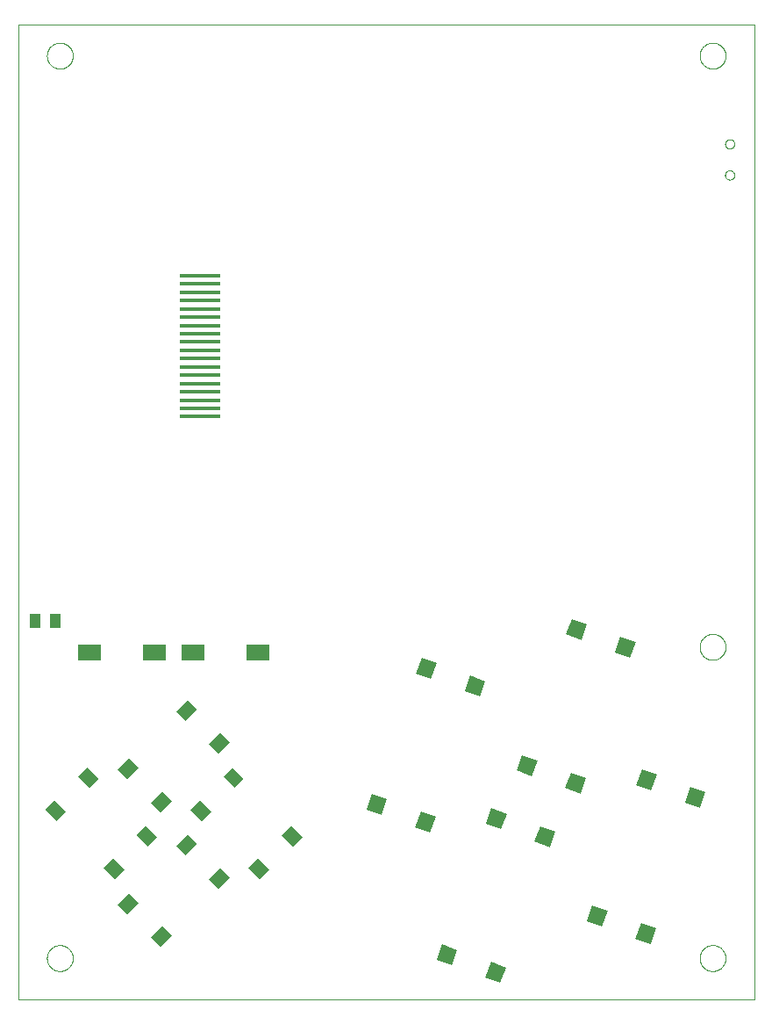
<source format=gtp>
G75*
%MOIN*%
%OFA0B0*%
%FSLAX25Y25*%
%IPPOS*%
%LPD*%
%AMOC8*
5,1,8,0,0,1.08239X$1,22.5*
%
%ADD10C,0.00000*%
%ADD11C,0.00039*%
%ADD12R,0.04331X0.05512*%
%ADD13R,0.15748X0.01575*%
%ADD14R,0.06299X0.06102*%
%ADD15R,0.09055X0.06299*%
%ADD16R,0.05118X0.06102*%
D10*
X0003248Y0001500D02*
X0282776Y0001500D01*
X0282776Y0371579D01*
X0003248Y0371579D01*
X0003248Y0001500D01*
X0271752Y0314492D02*
X0271754Y0314576D01*
X0271760Y0314659D01*
X0271770Y0314742D01*
X0271784Y0314825D01*
X0271801Y0314907D01*
X0271823Y0314988D01*
X0271848Y0315067D01*
X0271877Y0315146D01*
X0271910Y0315223D01*
X0271946Y0315298D01*
X0271986Y0315372D01*
X0272029Y0315444D01*
X0272076Y0315513D01*
X0272126Y0315580D01*
X0272179Y0315645D01*
X0272235Y0315707D01*
X0272293Y0315767D01*
X0272355Y0315824D01*
X0272419Y0315877D01*
X0272486Y0315928D01*
X0272555Y0315975D01*
X0272626Y0316020D01*
X0272699Y0316060D01*
X0272774Y0316097D01*
X0272851Y0316131D01*
X0272929Y0316161D01*
X0273008Y0316187D01*
X0273089Y0316210D01*
X0273171Y0316228D01*
X0273253Y0316243D01*
X0273336Y0316254D01*
X0273419Y0316261D01*
X0273503Y0316264D01*
X0273587Y0316263D01*
X0273670Y0316258D01*
X0273754Y0316249D01*
X0273836Y0316236D01*
X0273918Y0316220D01*
X0273999Y0316199D01*
X0274080Y0316175D01*
X0274158Y0316147D01*
X0274236Y0316115D01*
X0274312Y0316079D01*
X0274386Y0316040D01*
X0274458Y0315998D01*
X0274528Y0315952D01*
X0274596Y0315903D01*
X0274661Y0315851D01*
X0274724Y0315796D01*
X0274784Y0315738D01*
X0274842Y0315677D01*
X0274896Y0315613D01*
X0274948Y0315547D01*
X0274996Y0315479D01*
X0275041Y0315408D01*
X0275082Y0315335D01*
X0275121Y0315261D01*
X0275155Y0315185D01*
X0275186Y0315107D01*
X0275213Y0315028D01*
X0275237Y0314947D01*
X0275256Y0314866D01*
X0275272Y0314784D01*
X0275284Y0314701D01*
X0275292Y0314617D01*
X0275296Y0314534D01*
X0275296Y0314450D01*
X0275292Y0314367D01*
X0275284Y0314283D01*
X0275272Y0314200D01*
X0275256Y0314118D01*
X0275237Y0314037D01*
X0275213Y0313956D01*
X0275186Y0313877D01*
X0275155Y0313799D01*
X0275121Y0313723D01*
X0275082Y0313649D01*
X0275041Y0313576D01*
X0274996Y0313505D01*
X0274948Y0313437D01*
X0274896Y0313371D01*
X0274842Y0313307D01*
X0274784Y0313246D01*
X0274724Y0313188D01*
X0274661Y0313133D01*
X0274596Y0313081D01*
X0274528Y0313032D01*
X0274458Y0312986D01*
X0274386Y0312944D01*
X0274312Y0312905D01*
X0274236Y0312869D01*
X0274158Y0312837D01*
X0274080Y0312809D01*
X0273999Y0312785D01*
X0273918Y0312764D01*
X0273836Y0312748D01*
X0273754Y0312735D01*
X0273670Y0312726D01*
X0273587Y0312721D01*
X0273503Y0312720D01*
X0273419Y0312723D01*
X0273336Y0312730D01*
X0273253Y0312741D01*
X0273171Y0312756D01*
X0273089Y0312774D01*
X0273008Y0312797D01*
X0272929Y0312823D01*
X0272851Y0312853D01*
X0272774Y0312887D01*
X0272699Y0312924D01*
X0272626Y0312964D01*
X0272555Y0313009D01*
X0272486Y0313056D01*
X0272419Y0313107D01*
X0272355Y0313160D01*
X0272293Y0313217D01*
X0272235Y0313277D01*
X0272179Y0313339D01*
X0272126Y0313404D01*
X0272076Y0313471D01*
X0272029Y0313540D01*
X0271986Y0313612D01*
X0271946Y0313686D01*
X0271910Y0313761D01*
X0271877Y0313838D01*
X0271848Y0313917D01*
X0271823Y0313996D01*
X0271801Y0314077D01*
X0271784Y0314159D01*
X0271770Y0314242D01*
X0271760Y0314325D01*
X0271754Y0314408D01*
X0271752Y0314492D01*
X0271752Y0326303D02*
X0271754Y0326387D01*
X0271760Y0326470D01*
X0271770Y0326553D01*
X0271784Y0326636D01*
X0271801Y0326718D01*
X0271823Y0326799D01*
X0271848Y0326878D01*
X0271877Y0326957D01*
X0271910Y0327034D01*
X0271946Y0327109D01*
X0271986Y0327183D01*
X0272029Y0327255D01*
X0272076Y0327324D01*
X0272126Y0327391D01*
X0272179Y0327456D01*
X0272235Y0327518D01*
X0272293Y0327578D01*
X0272355Y0327635D01*
X0272419Y0327688D01*
X0272486Y0327739D01*
X0272555Y0327786D01*
X0272626Y0327831D01*
X0272699Y0327871D01*
X0272774Y0327908D01*
X0272851Y0327942D01*
X0272929Y0327972D01*
X0273008Y0327998D01*
X0273089Y0328021D01*
X0273171Y0328039D01*
X0273253Y0328054D01*
X0273336Y0328065D01*
X0273419Y0328072D01*
X0273503Y0328075D01*
X0273587Y0328074D01*
X0273670Y0328069D01*
X0273754Y0328060D01*
X0273836Y0328047D01*
X0273918Y0328031D01*
X0273999Y0328010D01*
X0274080Y0327986D01*
X0274158Y0327958D01*
X0274236Y0327926D01*
X0274312Y0327890D01*
X0274386Y0327851D01*
X0274458Y0327809D01*
X0274528Y0327763D01*
X0274596Y0327714D01*
X0274661Y0327662D01*
X0274724Y0327607D01*
X0274784Y0327549D01*
X0274842Y0327488D01*
X0274896Y0327424D01*
X0274948Y0327358D01*
X0274996Y0327290D01*
X0275041Y0327219D01*
X0275082Y0327146D01*
X0275121Y0327072D01*
X0275155Y0326996D01*
X0275186Y0326918D01*
X0275213Y0326839D01*
X0275237Y0326758D01*
X0275256Y0326677D01*
X0275272Y0326595D01*
X0275284Y0326512D01*
X0275292Y0326428D01*
X0275296Y0326345D01*
X0275296Y0326261D01*
X0275292Y0326178D01*
X0275284Y0326094D01*
X0275272Y0326011D01*
X0275256Y0325929D01*
X0275237Y0325848D01*
X0275213Y0325767D01*
X0275186Y0325688D01*
X0275155Y0325610D01*
X0275121Y0325534D01*
X0275082Y0325460D01*
X0275041Y0325387D01*
X0274996Y0325316D01*
X0274948Y0325248D01*
X0274896Y0325182D01*
X0274842Y0325118D01*
X0274784Y0325057D01*
X0274724Y0324999D01*
X0274661Y0324944D01*
X0274596Y0324892D01*
X0274528Y0324843D01*
X0274458Y0324797D01*
X0274386Y0324755D01*
X0274312Y0324716D01*
X0274236Y0324680D01*
X0274158Y0324648D01*
X0274080Y0324620D01*
X0273999Y0324596D01*
X0273918Y0324575D01*
X0273836Y0324559D01*
X0273754Y0324546D01*
X0273670Y0324537D01*
X0273587Y0324532D01*
X0273503Y0324531D01*
X0273419Y0324534D01*
X0273336Y0324541D01*
X0273253Y0324552D01*
X0273171Y0324567D01*
X0273089Y0324585D01*
X0273008Y0324608D01*
X0272929Y0324634D01*
X0272851Y0324664D01*
X0272774Y0324698D01*
X0272699Y0324735D01*
X0272626Y0324775D01*
X0272555Y0324820D01*
X0272486Y0324867D01*
X0272419Y0324918D01*
X0272355Y0324971D01*
X0272293Y0325028D01*
X0272235Y0325088D01*
X0272179Y0325150D01*
X0272126Y0325215D01*
X0272076Y0325282D01*
X0272029Y0325351D01*
X0271986Y0325423D01*
X0271946Y0325497D01*
X0271910Y0325572D01*
X0271877Y0325649D01*
X0271848Y0325728D01*
X0271823Y0325807D01*
X0271801Y0325888D01*
X0271784Y0325970D01*
X0271770Y0326053D01*
X0271760Y0326136D01*
X0271754Y0326219D01*
X0271752Y0326303D01*
D11*
X0262107Y0359768D02*
X0262109Y0359908D01*
X0262115Y0360048D01*
X0262125Y0360187D01*
X0262139Y0360326D01*
X0262157Y0360465D01*
X0262178Y0360603D01*
X0262204Y0360741D01*
X0262234Y0360878D01*
X0262267Y0361013D01*
X0262305Y0361148D01*
X0262346Y0361282D01*
X0262391Y0361415D01*
X0262439Y0361546D01*
X0262492Y0361675D01*
X0262548Y0361804D01*
X0262607Y0361930D01*
X0262671Y0362055D01*
X0262737Y0362178D01*
X0262808Y0362299D01*
X0262881Y0362418D01*
X0262958Y0362535D01*
X0263039Y0362649D01*
X0263122Y0362761D01*
X0263209Y0362871D01*
X0263299Y0362979D01*
X0263391Y0363083D01*
X0263487Y0363185D01*
X0263586Y0363285D01*
X0263687Y0363381D01*
X0263791Y0363475D01*
X0263898Y0363565D01*
X0264007Y0363652D01*
X0264119Y0363737D01*
X0264233Y0363818D01*
X0264349Y0363896D01*
X0264467Y0363970D01*
X0264588Y0364041D01*
X0264710Y0364109D01*
X0264835Y0364173D01*
X0264961Y0364234D01*
X0265088Y0364291D01*
X0265218Y0364344D01*
X0265349Y0364394D01*
X0265481Y0364439D01*
X0265614Y0364482D01*
X0265749Y0364520D01*
X0265884Y0364554D01*
X0266021Y0364585D01*
X0266158Y0364612D01*
X0266296Y0364634D01*
X0266435Y0364653D01*
X0266574Y0364668D01*
X0266713Y0364679D01*
X0266853Y0364686D01*
X0266993Y0364689D01*
X0267133Y0364688D01*
X0267273Y0364683D01*
X0267412Y0364674D01*
X0267552Y0364661D01*
X0267691Y0364644D01*
X0267829Y0364623D01*
X0267967Y0364599D01*
X0268104Y0364570D01*
X0268240Y0364538D01*
X0268375Y0364501D01*
X0268509Y0364461D01*
X0268642Y0364417D01*
X0268773Y0364369D01*
X0268903Y0364318D01*
X0269032Y0364263D01*
X0269159Y0364204D01*
X0269284Y0364141D01*
X0269407Y0364076D01*
X0269529Y0364006D01*
X0269648Y0363933D01*
X0269766Y0363857D01*
X0269881Y0363778D01*
X0269994Y0363695D01*
X0270104Y0363609D01*
X0270212Y0363520D01*
X0270317Y0363428D01*
X0270420Y0363333D01*
X0270520Y0363235D01*
X0270617Y0363135D01*
X0270711Y0363031D01*
X0270803Y0362925D01*
X0270891Y0362817D01*
X0270976Y0362706D01*
X0271058Y0362592D01*
X0271137Y0362476D01*
X0271212Y0362359D01*
X0271284Y0362239D01*
X0271352Y0362117D01*
X0271417Y0361993D01*
X0271479Y0361867D01*
X0271537Y0361740D01*
X0271591Y0361611D01*
X0271642Y0361480D01*
X0271688Y0361348D01*
X0271731Y0361215D01*
X0271771Y0361081D01*
X0271806Y0360946D01*
X0271838Y0360809D01*
X0271865Y0360672D01*
X0271889Y0360534D01*
X0271909Y0360396D01*
X0271925Y0360257D01*
X0271937Y0360117D01*
X0271945Y0359978D01*
X0271949Y0359838D01*
X0271949Y0359698D01*
X0271945Y0359558D01*
X0271937Y0359419D01*
X0271925Y0359279D01*
X0271909Y0359140D01*
X0271889Y0359002D01*
X0271865Y0358864D01*
X0271838Y0358727D01*
X0271806Y0358590D01*
X0271771Y0358455D01*
X0271731Y0358321D01*
X0271688Y0358188D01*
X0271642Y0358056D01*
X0271591Y0357925D01*
X0271537Y0357796D01*
X0271479Y0357669D01*
X0271417Y0357543D01*
X0271352Y0357419D01*
X0271284Y0357297D01*
X0271212Y0357177D01*
X0271137Y0357060D01*
X0271058Y0356944D01*
X0270976Y0356830D01*
X0270891Y0356719D01*
X0270803Y0356611D01*
X0270711Y0356505D01*
X0270617Y0356401D01*
X0270520Y0356301D01*
X0270420Y0356203D01*
X0270317Y0356108D01*
X0270212Y0356016D01*
X0270104Y0355927D01*
X0269994Y0355841D01*
X0269881Y0355758D01*
X0269766Y0355679D01*
X0269648Y0355603D01*
X0269529Y0355530D01*
X0269407Y0355460D01*
X0269284Y0355395D01*
X0269159Y0355332D01*
X0269032Y0355273D01*
X0268903Y0355218D01*
X0268773Y0355167D01*
X0268642Y0355119D01*
X0268509Y0355075D01*
X0268375Y0355035D01*
X0268240Y0354998D01*
X0268104Y0354966D01*
X0267967Y0354937D01*
X0267829Y0354913D01*
X0267691Y0354892D01*
X0267552Y0354875D01*
X0267412Y0354862D01*
X0267273Y0354853D01*
X0267133Y0354848D01*
X0266993Y0354847D01*
X0266853Y0354850D01*
X0266713Y0354857D01*
X0266574Y0354868D01*
X0266435Y0354883D01*
X0266296Y0354902D01*
X0266158Y0354924D01*
X0266021Y0354951D01*
X0265884Y0354982D01*
X0265749Y0355016D01*
X0265614Y0355054D01*
X0265481Y0355097D01*
X0265349Y0355142D01*
X0265218Y0355192D01*
X0265088Y0355245D01*
X0264961Y0355302D01*
X0264835Y0355363D01*
X0264710Y0355427D01*
X0264588Y0355495D01*
X0264467Y0355566D01*
X0264349Y0355640D01*
X0264233Y0355718D01*
X0264119Y0355799D01*
X0264007Y0355884D01*
X0263898Y0355971D01*
X0263791Y0356061D01*
X0263687Y0356155D01*
X0263586Y0356251D01*
X0263487Y0356351D01*
X0263391Y0356453D01*
X0263299Y0356557D01*
X0263209Y0356665D01*
X0263122Y0356775D01*
X0263039Y0356887D01*
X0262958Y0357001D01*
X0262881Y0357118D01*
X0262808Y0357237D01*
X0262737Y0357358D01*
X0262671Y0357481D01*
X0262607Y0357606D01*
X0262548Y0357732D01*
X0262492Y0357861D01*
X0262439Y0357990D01*
X0262391Y0358121D01*
X0262346Y0358254D01*
X0262305Y0358388D01*
X0262267Y0358523D01*
X0262234Y0358658D01*
X0262204Y0358795D01*
X0262178Y0358933D01*
X0262157Y0359071D01*
X0262139Y0359210D01*
X0262125Y0359349D01*
X0262115Y0359488D01*
X0262109Y0359628D01*
X0262107Y0359768D01*
X0262107Y0135358D02*
X0262109Y0135498D01*
X0262115Y0135638D01*
X0262125Y0135777D01*
X0262139Y0135916D01*
X0262157Y0136055D01*
X0262178Y0136193D01*
X0262204Y0136331D01*
X0262234Y0136468D01*
X0262267Y0136603D01*
X0262305Y0136738D01*
X0262346Y0136872D01*
X0262391Y0137005D01*
X0262439Y0137136D01*
X0262492Y0137265D01*
X0262548Y0137394D01*
X0262607Y0137520D01*
X0262671Y0137645D01*
X0262737Y0137768D01*
X0262808Y0137889D01*
X0262881Y0138008D01*
X0262958Y0138125D01*
X0263039Y0138239D01*
X0263122Y0138351D01*
X0263209Y0138461D01*
X0263299Y0138569D01*
X0263391Y0138673D01*
X0263487Y0138775D01*
X0263586Y0138875D01*
X0263687Y0138971D01*
X0263791Y0139065D01*
X0263898Y0139155D01*
X0264007Y0139242D01*
X0264119Y0139327D01*
X0264233Y0139408D01*
X0264349Y0139486D01*
X0264467Y0139560D01*
X0264588Y0139631D01*
X0264710Y0139699D01*
X0264835Y0139763D01*
X0264961Y0139824D01*
X0265088Y0139881D01*
X0265218Y0139934D01*
X0265349Y0139984D01*
X0265481Y0140029D01*
X0265614Y0140072D01*
X0265749Y0140110D01*
X0265884Y0140144D01*
X0266021Y0140175D01*
X0266158Y0140202D01*
X0266296Y0140224D01*
X0266435Y0140243D01*
X0266574Y0140258D01*
X0266713Y0140269D01*
X0266853Y0140276D01*
X0266993Y0140279D01*
X0267133Y0140278D01*
X0267273Y0140273D01*
X0267412Y0140264D01*
X0267552Y0140251D01*
X0267691Y0140234D01*
X0267829Y0140213D01*
X0267967Y0140189D01*
X0268104Y0140160D01*
X0268240Y0140128D01*
X0268375Y0140091D01*
X0268509Y0140051D01*
X0268642Y0140007D01*
X0268773Y0139959D01*
X0268903Y0139908D01*
X0269032Y0139853D01*
X0269159Y0139794D01*
X0269284Y0139731D01*
X0269407Y0139666D01*
X0269529Y0139596D01*
X0269648Y0139523D01*
X0269766Y0139447D01*
X0269881Y0139368D01*
X0269994Y0139285D01*
X0270104Y0139199D01*
X0270212Y0139110D01*
X0270317Y0139018D01*
X0270420Y0138923D01*
X0270520Y0138825D01*
X0270617Y0138725D01*
X0270711Y0138621D01*
X0270803Y0138515D01*
X0270891Y0138407D01*
X0270976Y0138296D01*
X0271058Y0138182D01*
X0271137Y0138066D01*
X0271212Y0137949D01*
X0271284Y0137829D01*
X0271352Y0137707D01*
X0271417Y0137583D01*
X0271479Y0137457D01*
X0271537Y0137330D01*
X0271591Y0137201D01*
X0271642Y0137070D01*
X0271688Y0136938D01*
X0271731Y0136805D01*
X0271771Y0136671D01*
X0271806Y0136536D01*
X0271838Y0136399D01*
X0271865Y0136262D01*
X0271889Y0136124D01*
X0271909Y0135986D01*
X0271925Y0135847D01*
X0271937Y0135707D01*
X0271945Y0135568D01*
X0271949Y0135428D01*
X0271949Y0135288D01*
X0271945Y0135148D01*
X0271937Y0135009D01*
X0271925Y0134869D01*
X0271909Y0134730D01*
X0271889Y0134592D01*
X0271865Y0134454D01*
X0271838Y0134317D01*
X0271806Y0134180D01*
X0271771Y0134045D01*
X0271731Y0133911D01*
X0271688Y0133778D01*
X0271642Y0133646D01*
X0271591Y0133515D01*
X0271537Y0133386D01*
X0271479Y0133259D01*
X0271417Y0133133D01*
X0271352Y0133009D01*
X0271284Y0132887D01*
X0271212Y0132767D01*
X0271137Y0132650D01*
X0271058Y0132534D01*
X0270976Y0132420D01*
X0270891Y0132309D01*
X0270803Y0132201D01*
X0270711Y0132095D01*
X0270617Y0131991D01*
X0270520Y0131891D01*
X0270420Y0131793D01*
X0270317Y0131698D01*
X0270212Y0131606D01*
X0270104Y0131517D01*
X0269994Y0131431D01*
X0269881Y0131348D01*
X0269766Y0131269D01*
X0269648Y0131193D01*
X0269529Y0131120D01*
X0269407Y0131050D01*
X0269284Y0130985D01*
X0269159Y0130922D01*
X0269032Y0130863D01*
X0268903Y0130808D01*
X0268773Y0130757D01*
X0268642Y0130709D01*
X0268509Y0130665D01*
X0268375Y0130625D01*
X0268240Y0130588D01*
X0268104Y0130556D01*
X0267967Y0130527D01*
X0267829Y0130503D01*
X0267691Y0130482D01*
X0267552Y0130465D01*
X0267412Y0130452D01*
X0267273Y0130443D01*
X0267133Y0130438D01*
X0266993Y0130437D01*
X0266853Y0130440D01*
X0266713Y0130447D01*
X0266574Y0130458D01*
X0266435Y0130473D01*
X0266296Y0130492D01*
X0266158Y0130514D01*
X0266021Y0130541D01*
X0265884Y0130572D01*
X0265749Y0130606D01*
X0265614Y0130644D01*
X0265481Y0130687D01*
X0265349Y0130732D01*
X0265218Y0130782D01*
X0265088Y0130835D01*
X0264961Y0130892D01*
X0264835Y0130953D01*
X0264710Y0131017D01*
X0264588Y0131085D01*
X0264467Y0131156D01*
X0264349Y0131230D01*
X0264233Y0131308D01*
X0264119Y0131389D01*
X0264007Y0131474D01*
X0263898Y0131561D01*
X0263791Y0131651D01*
X0263687Y0131745D01*
X0263586Y0131841D01*
X0263487Y0131941D01*
X0263391Y0132043D01*
X0263299Y0132147D01*
X0263209Y0132255D01*
X0263122Y0132365D01*
X0263039Y0132477D01*
X0262958Y0132591D01*
X0262881Y0132708D01*
X0262808Y0132827D01*
X0262737Y0132948D01*
X0262671Y0133071D01*
X0262607Y0133196D01*
X0262548Y0133322D01*
X0262492Y0133451D01*
X0262439Y0133580D01*
X0262391Y0133711D01*
X0262346Y0133844D01*
X0262305Y0133978D01*
X0262267Y0134113D01*
X0262234Y0134248D01*
X0262204Y0134385D01*
X0262178Y0134523D01*
X0262157Y0134661D01*
X0262139Y0134800D01*
X0262125Y0134939D01*
X0262115Y0135078D01*
X0262109Y0135218D01*
X0262107Y0135358D01*
X0262107Y0017248D02*
X0262109Y0017388D01*
X0262115Y0017528D01*
X0262125Y0017667D01*
X0262139Y0017806D01*
X0262157Y0017945D01*
X0262178Y0018083D01*
X0262204Y0018221D01*
X0262234Y0018358D01*
X0262267Y0018493D01*
X0262305Y0018628D01*
X0262346Y0018762D01*
X0262391Y0018895D01*
X0262439Y0019026D01*
X0262492Y0019155D01*
X0262548Y0019284D01*
X0262607Y0019410D01*
X0262671Y0019535D01*
X0262737Y0019658D01*
X0262808Y0019779D01*
X0262881Y0019898D01*
X0262958Y0020015D01*
X0263039Y0020129D01*
X0263122Y0020241D01*
X0263209Y0020351D01*
X0263299Y0020459D01*
X0263391Y0020563D01*
X0263487Y0020665D01*
X0263586Y0020765D01*
X0263687Y0020861D01*
X0263791Y0020955D01*
X0263898Y0021045D01*
X0264007Y0021132D01*
X0264119Y0021217D01*
X0264233Y0021298D01*
X0264349Y0021376D01*
X0264467Y0021450D01*
X0264588Y0021521D01*
X0264710Y0021589D01*
X0264835Y0021653D01*
X0264961Y0021714D01*
X0265088Y0021771D01*
X0265218Y0021824D01*
X0265349Y0021874D01*
X0265481Y0021919D01*
X0265614Y0021962D01*
X0265749Y0022000D01*
X0265884Y0022034D01*
X0266021Y0022065D01*
X0266158Y0022092D01*
X0266296Y0022114D01*
X0266435Y0022133D01*
X0266574Y0022148D01*
X0266713Y0022159D01*
X0266853Y0022166D01*
X0266993Y0022169D01*
X0267133Y0022168D01*
X0267273Y0022163D01*
X0267412Y0022154D01*
X0267552Y0022141D01*
X0267691Y0022124D01*
X0267829Y0022103D01*
X0267967Y0022079D01*
X0268104Y0022050D01*
X0268240Y0022018D01*
X0268375Y0021981D01*
X0268509Y0021941D01*
X0268642Y0021897D01*
X0268773Y0021849D01*
X0268903Y0021798D01*
X0269032Y0021743D01*
X0269159Y0021684D01*
X0269284Y0021621D01*
X0269407Y0021556D01*
X0269529Y0021486D01*
X0269648Y0021413D01*
X0269766Y0021337D01*
X0269881Y0021258D01*
X0269994Y0021175D01*
X0270104Y0021089D01*
X0270212Y0021000D01*
X0270317Y0020908D01*
X0270420Y0020813D01*
X0270520Y0020715D01*
X0270617Y0020615D01*
X0270711Y0020511D01*
X0270803Y0020405D01*
X0270891Y0020297D01*
X0270976Y0020186D01*
X0271058Y0020072D01*
X0271137Y0019956D01*
X0271212Y0019839D01*
X0271284Y0019719D01*
X0271352Y0019597D01*
X0271417Y0019473D01*
X0271479Y0019347D01*
X0271537Y0019220D01*
X0271591Y0019091D01*
X0271642Y0018960D01*
X0271688Y0018828D01*
X0271731Y0018695D01*
X0271771Y0018561D01*
X0271806Y0018426D01*
X0271838Y0018289D01*
X0271865Y0018152D01*
X0271889Y0018014D01*
X0271909Y0017876D01*
X0271925Y0017737D01*
X0271937Y0017597D01*
X0271945Y0017458D01*
X0271949Y0017318D01*
X0271949Y0017178D01*
X0271945Y0017038D01*
X0271937Y0016899D01*
X0271925Y0016759D01*
X0271909Y0016620D01*
X0271889Y0016482D01*
X0271865Y0016344D01*
X0271838Y0016207D01*
X0271806Y0016070D01*
X0271771Y0015935D01*
X0271731Y0015801D01*
X0271688Y0015668D01*
X0271642Y0015536D01*
X0271591Y0015405D01*
X0271537Y0015276D01*
X0271479Y0015149D01*
X0271417Y0015023D01*
X0271352Y0014899D01*
X0271284Y0014777D01*
X0271212Y0014657D01*
X0271137Y0014540D01*
X0271058Y0014424D01*
X0270976Y0014310D01*
X0270891Y0014199D01*
X0270803Y0014091D01*
X0270711Y0013985D01*
X0270617Y0013881D01*
X0270520Y0013781D01*
X0270420Y0013683D01*
X0270317Y0013588D01*
X0270212Y0013496D01*
X0270104Y0013407D01*
X0269994Y0013321D01*
X0269881Y0013238D01*
X0269766Y0013159D01*
X0269648Y0013083D01*
X0269529Y0013010D01*
X0269407Y0012940D01*
X0269284Y0012875D01*
X0269159Y0012812D01*
X0269032Y0012753D01*
X0268903Y0012698D01*
X0268773Y0012647D01*
X0268642Y0012599D01*
X0268509Y0012555D01*
X0268375Y0012515D01*
X0268240Y0012478D01*
X0268104Y0012446D01*
X0267967Y0012417D01*
X0267829Y0012393D01*
X0267691Y0012372D01*
X0267552Y0012355D01*
X0267412Y0012342D01*
X0267273Y0012333D01*
X0267133Y0012328D01*
X0266993Y0012327D01*
X0266853Y0012330D01*
X0266713Y0012337D01*
X0266574Y0012348D01*
X0266435Y0012363D01*
X0266296Y0012382D01*
X0266158Y0012404D01*
X0266021Y0012431D01*
X0265884Y0012462D01*
X0265749Y0012496D01*
X0265614Y0012534D01*
X0265481Y0012577D01*
X0265349Y0012622D01*
X0265218Y0012672D01*
X0265088Y0012725D01*
X0264961Y0012782D01*
X0264835Y0012843D01*
X0264710Y0012907D01*
X0264588Y0012975D01*
X0264467Y0013046D01*
X0264349Y0013120D01*
X0264233Y0013198D01*
X0264119Y0013279D01*
X0264007Y0013364D01*
X0263898Y0013451D01*
X0263791Y0013541D01*
X0263687Y0013635D01*
X0263586Y0013731D01*
X0263487Y0013831D01*
X0263391Y0013933D01*
X0263299Y0014037D01*
X0263209Y0014145D01*
X0263122Y0014255D01*
X0263039Y0014367D01*
X0262958Y0014481D01*
X0262881Y0014598D01*
X0262808Y0014717D01*
X0262737Y0014838D01*
X0262671Y0014961D01*
X0262607Y0015086D01*
X0262548Y0015212D01*
X0262492Y0015341D01*
X0262439Y0015470D01*
X0262391Y0015601D01*
X0262346Y0015734D01*
X0262305Y0015868D01*
X0262267Y0016003D01*
X0262234Y0016138D01*
X0262204Y0016275D01*
X0262178Y0016413D01*
X0262157Y0016551D01*
X0262139Y0016690D01*
X0262125Y0016829D01*
X0262115Y0016968D01*
X0262109Y0017108D01*
X0262107Y0017248D01*
X0014075Y0017248D02*
X0014077Y0017388D01*
X0014083Y0017528D01*
X0014093Y0017667D01*
X0014107Y0017806D01*
X0014125Y0017945D01*
X0014146Y0018083D01*
X0014172Y0018221D01*
X0014202Y0018358D01*
X0014235Y0018493D01*
X0014273Y0018628D01*
X0014314Y0018762D01*
X0014359Y0018895D01*
X0014407Y0019026D01*
X0014460Y0019155D01*
X0014516Y0019284D01*
X0014575Y0019410D01*
X0014639Y0019535D01*
X0014705Y0019658D01*
X0014776Y0019779D01*
X0014849Y0019898D01*
X0014926Y0020015D01*
X0015007Y0020129D01*
X0015090Y0020241D01*
X0015177Y0020351D01*
X0015267Y0020459D01*
X0015359Y0020563D01*
X0015455Y0020665D01*
X0015554Y0020765D01*
X0015655Y0020861D01*
X0015759Y0020955D01*
X0015866Y0021045D01*
X0015975Y0021132D01*
X0016087Y0021217D01*
X0016201Y0021298D01*
X0016317Y0021376D01*
X0016435Y0021450D01*
X0016556Y0021521D01*
X0016678Y0021589D01*
X0016803Y0021653D01*
X0016929Y0021714D01*
X0017056Y0021771D01*
X0017186Y0021824D01*
X0017317Y0021874D01*
X0017449Y0021919D01*
X0017582Y0021962D01*
X0017717Y0022000D01*
X0017852Y0022034D01*
X0017989Y0022065D01*
X0018126Y0022092D01*
X0018264Y0022114D01*
X0018403Y0022133D01*
X0018542Y0022148D01*
X0018681Y0022159D01*
X0018821Y0022166D01*
X0018961Y0022169D01*
X0019101Y0022168D01*
X0019241Y0022163D01*
X0019380Y0022154D01*
X0019520Y0022141D01*
X0019659Y0022124D01*
X0019797Y0022103D01*
X0019935Y0022079D01*
X0020072Y0022050D01*
X0020208Y0022018D01*
X0020343Y0021981D01*
X0020477Y0021941D01*
X0020610Y0021897D01*
X0020741Y0021849D01*
X0020871Y0021798D01*
X0021000Y0021743D01*
X0021127Y0021684D01*
X0021252Y0021621D01*
X0021375Y0021556D01*
X0021497Y0021486D01*
X0021616Y0021413D01*
X0021734Y0021337D01*
X0021849Y0021258D01*
X0021962Y0021175D01*
X0022072Y0021089D01*
X0022180Y0021000D01*
X0022285Y0020908D01*
X0022388Y0020813D01*
X0022488Y0020715D01*
X0022585Y0020615D01*
X0022679Y0020511D01*
X0022771Y0020405D01*
X0022859Y0020297D01*
X0022944Y0020186D01*
X0023026Y0020072D01*
X0023105Y0019956D01*
X0023180Y0019839D01*
X0023252Y0019719D01*
X0023320Y0019597D01*
X0023385Y0019473D01*
X0023447Y0019347D01*
X0023505Y0019220D01*
X0023559Y0019091D01*
X0023610Y0018960D01*
X0023656Y0018828D01*
X0023699Y0018695D01*
X0023739Y0018561D01*
X0023774Y0018426D01*
X0023806Y0018289D01*
X0023833Y0018152D01*
X0023857Y0018014D01*
X0023877Y0017876D01*
X0023893Y0017737D01*
X0023905Y0017597D01*
X0023913Y0017458D01*
X0023917Y0017318D01*
X0023917Y0017178D01*
X0023913Y0017038D01*
X0023905Y0016899D01*
X0023893Y0016759D01*
X0023877Y0016620D01*
X0023857Y0016482D01*
X0023833Y0016344D01*
X0023806Y0016207D01*
X0023774Y0016070D01*
X0023739Y0015935D01*
X0023699Y0015801D01*
X0023656Y0015668D01*
X0023610Y0015536D01*
X0023559Y0015405D01*
X0023505Y0015276D01*
X0023447Y0015149D01*
X0023385Y0015023D01*
X0023320Y0014899D01*
X0023252Y0014777D01*
X0023180Y0014657D01*
X0023105Y0014540D01*
X0023026Y0014424D01*
X0022944Y0014310D01*
X0022859Y0014199D01*
X0022771Y0014091D01*
X0022679Y0013985D01*
X0022585Y0013881D01*
X0022488Y0013781D01*
X0022388Y0013683D01*
X0022285Y0013588D01*
X0022180Y0013496D01*
X0022072Y0013407D01*
X0021962Y0013321D01*
X0021849Y0013238D01*
X0021734Y0013159D01*
X0021616Y0013083D01*
X0021497Y0013010D01*
X0021375Y0012940D01*
X0021252Y0012875D01*
X0021127Y0012812D01*
X0021000Y0012753D01*
X0020871Y0012698D01*
X0020741Y0012647D01*
X0020610Y0012599D01*
X0020477Y0012555D01*
X0020343Y0012515D01*
X0020208Y0012478D01*
X0020072Y0012446D01*
X0019935Y0012417D01*
X0019797Y0012393D01*
X0019659Y0012372D01*
X0019520Y0012355D01*
X0019380Y0012342D01*
X0019241Y0012333D01*
X0019101Y0012328D01*
X0018961Y0012327D01*
X0018821Y0012330D01*
X0018681Y0012337D01*
X0018542Y0012348D01*
X0018403Y0012363D01*
X0018264Y0012382D01*
X0018126Y0012404D01*
X0017989Y0012431D01*
X0017852Y0012462D01*
X0017717Y0012496D01*
X0017582Y0012534D01*
X0017449Y0012577D01*
X0017317Y0012622D01*
X0017186Y0012672D01*
X0017056Y0012725D01*
X0016929Y0012782D01*
X0016803Y0012843D01*
X0016678Y0012907D01*
X0016556Y0012975D01*
X0016435Y0013046D01*
X0016317Y0013120D01*
X0016201Y0013198D01*
X0016087Y0013279D01*
X0015975Y0013364D01*
X0015866Y0013451D01*
X0015759Y0013541D01*
X0015655Y0013635D01*
X0015554Y0013731D01*
X0015455Y0013831D01*
X0015359Y0013933D01*
X0015267Y0014037D01*
X0015177Y0014145D01*
X0015090Y0014255D01*
X0015007Y0014367D01*
X0014926Y0014481D01*
X0014849Y0014598D01*
X0014776Y0014717D01*
X0014705Y0014838D01*
X0014639Y0014961D01*
X0014575Y0015086D01*
X0014516Y0015212D01*
X0014460Y0015341D01*
X0014407Y0015470D01*
X0014359Y0015601D01*
X0014314Y0015734D01*
X0014273Y0015868D01*
X0014235Y0016003D01*
X0014202Y0016138D01*
X0014172Y0016275D01*
X0014146Y0016413D01*
X0014125Y0016551D01*
X0014107Y0016690D01*
X0014093Y0016829D01*
X0014083Y0016968D01*
X0014077Y0017108D01*
X0014075Y0017248D01*
X0014075Y0359768D02*
X0014077Y0359908D01*
X0014083Y0360048D01*
X0014093Y0360187D01*
X0014107Y0360326D01*
X0014125Y0360465D01*
X0014146Y0360603D01*
X0014172Y0360741D01*
X0014202Y0360878D01*
X0014235Y0361013D01*
X0014273Y0361148D01*
X0014314Y0361282D01*
X0014359Y0361415D01*
X0014407Y0361546D01*
X0014460Y0361675D01*
X0014516Y0361804D01*
X0014575Y0361930D01*
X0014639Y0362055D01*
X0014705Y0362178D01*
X0014776Y0362299D01*
X0014849Y0362418D01*
X0014926Y0362535D01*
X0015007Y0362649D01*
X0015090Y0362761D01*
X0015177Y0362871D01*
X0015267Y0362979D01*
X0015359Y0363083D01*
X0015455Y0363185D01*
X0015554Y0363285D01*
X0015655Y0363381D01*
X0015759Y0363475D01*
X0015866Y0363565D01*
X0015975Y0363652D01*
X0016087Y0363737D01*
X0016201Y0363818D01*
X0016317Y0363896D01*
X0016435Y0363970D01*
X0016556Y0364041D01*
X0016678Y0364109D01*
X0016803Y0364173D01*
X0016929Y0364234D01*
X0017056Y0364291D01*
X0017186Y0364344D01*
X0017317Y0364394D01*
X0017449Y0364439D01*
X0017582Y0364482D01*
X0017717Y0364520D01*
X0017852Y0364554D01*
X0017989Y0364585D01*
X0018126Y0364612D01*
X0018264Y0364634D01*
X0018403Y0364653D01*
X0018542Y0364668D01*
X0018681Y0364679D01*
X0018821Y0364686D01*
X0018961Y0364689D01*
X0019101Y0364688D01*
X0019241Y0364683D01*
X0019380Y0364674D01*
X0019520Y0364661D01*
X0019659Y0364644D01*
X0019797Y0364623D01*
X0019935Y0364599D01*
X0020072Y0364570D01*
X0020208Y0364538D01*
X0020343Y0364501D01*
X0020477Y0364461D01*
X0020610Y0364417D01*
X0020741Y0364369D01*
X0020871Y0364318D01*
X0021000Y0364263D01*
X0021127Y0364204D01*
X0021252Y0364141D01*
X0021375Y0364076D01*
X0021497Y0364006D01*
X0021616Y0363933D01*
X0021734Y0363857D01*
X0021849Y0363778D01*
X0021962Y0363695D01*
X0022072Y0363609D01*
X0022180Y0363520D01*
X0022285Y0363428D01*
X0022388Y0363333D01*
X0022488Y0363235D01*
X0022585Y0363135D01*
X0022679Y0363031D01*
X0022771Y0362925D01*
X0022859Y0362817D01*
X0022944Y0362706D01*
X0023026Y0362592D01*
X0023105Y0362476D01*
X0023180Y0362359D01*
X0023252Y0362239D01*
X0023320Y0362117D01*
X0023385Y0361993D01*
X0023447Y0361867D01*
X0023505Y0361740D01*
X0023559Y0361611D01*
X0023610Y0361480D01*
X0023656Y0361348D01*
X0023699Y0361215D01*
X0023739Y0361081D01*
X0023774Y0360946D01*
X0023806Y0360809D01*
X0023833Y0360672D01*
X0023857Y0360534D01*
X0023877Y0360396D01*
X0023893Y0360257D01*
X0023905Y0360117D01*
X0023913Y0359978D01*
X0023917Y0359838D01*
X0023917Y0359698D01*
X0023913Y0359558D01*
X0023905Y0359419D01*
X0023893Y0359279D01*
X0023877Y0359140D01*
X0023857Y0359002D01*
X0023833Y0358864D01*
X0023806Y0358727D01*
X0023774Y0358590D01*
X0023739Y0358455D01*
X0023699Y0358321D01*
X0023656Y0358188D01*
X0023610Y0358056D01*
X0023559Y0357925D01*
X0023505Y0357796D01*
X0023447Y0357669D01*
X0023385Y0357543D01*
X0023320Y0357419D01*
X0023252Y0357297D01*
X0023180Y0357177D01*
X0023105Y0357060D01*
X0023026Y0356944D01*
X0022944Y0356830D01*
X0022859Y0356719D01*
X0022771Y0356611D01*
X0022679Y0356505D01*
X0022585Y0356401D01*
X0022488Y0356301D01*
X0022388Y0356203D01*
X0022285Y0356108D01*
X0022180Y0356016D01*
X0022072Y0355927D01*
X0021962Y0355841D01*
X0021849Y0355758D01*
X0021734Y0355679D01*
X0021616Y0355603D01*
X0021497Y0355530D01*
X0021375Y0355460D01*
X0021252Y0355395D01*
X0021127Y0355332D01*
X0021000Y0355273D01*
X0020871Y0355218D01*
X0020741Y0355167D01*
X0020610Y0355119D01*
X0020477Y0355075D01*
X0020343Y0355035D01*
X0020208Y0354998D01*
X0020072Y0354966D01*
X0019935Y0354937D01*
X0019797Y0354913D01*
X0019659Y0354892D01*
X0019520Y0354875D01*
X0019380Y0354862D01*
X0019241Y0354853D01*
X0019101Y0354848D01*
X0018961Y0354847D01*
X0018821Y0354850D01*
X0018681Y0354857D01*
X0018542Y0354868D01*
X0018403Y0354883D01*
X0018264Y0354902D01*
X0018126Y0354924D01*
X0017989Y0354951D01*
X0017852Y0354982D01*
X0017717Y0355016D01*
X0017582Y0355054D01*
X0017449Y0355097D01*
X0017317Y0355142D01*
X0017186Y0355192D01*
X0017056Y0355245D01*
X0016929Y0355302D01*
X0016803Y0355363D01*
X0016678Y0355427D01*
X0016556Y0355495D01*
X0016435Y0355566D01*
X0016317Y0355640D01*
X0016201Y0355718D01*
X0016087Y0355799D01*
X0015975Y0355884D01*
X0015866Y0355971D01*
X0015759Y0356061D01*
X0015655Y0356155D01*
X0015554Y0356251D01*
X0015455Y0356351D01*
X0015359Y0356453D01*
X0015267Y0356557D01*
X0015177Y0356665D01*
X0015090Y0356775D01*
X0015007Y0356887D01*
X0014926Y0357001D01*
X0014849Y0357118D01*
X0014776Y0357237D01*
X0014705Y0357358D01*
X0014639Y0357481D01*
X0014575Y0357606D01*
X0014516Y0357732D01*
X0014460Y0357861D01*
X0014407Y0357990D01*
X0014359Y0358121D01*
X0014314Y0358254D01*
X0014273Y0358388D01*
X0014235Y0358523D01*
X0014202Y0358658D01*
X0014172Y0358795D01*
X0014146Y0358933D01*
X0014125Y0359071D01*
X0014107Y0359210D01*
X0014093Y0359349D01*
X0014083Y0359488D01*
X0014077Y0359628D01*
X0014075Y0359768D01*
D12*
X0017421Y0145201D03*
X0009547Y0145201D03*
D13*
X0072146Y0222760D03*
X0072146Y0225909D03*
X0072146Y0229059D03*
X0072146Y0232209D03*
X0072146Y0235358D03*
X0072146Y0238508D03*
X0072146Y0241657D03*
X0072146Y0244807D03*
X0072146Y0247957D03*
X0072146Y0251106D03*
X0072146Y0254256D03*
X0072146Y0257406D03*
X0072146Y0260555D03*
X0072146Y0263705D03*
X0072146Y0266854D03*
X0072146Y0270004D03*
X0072146Y0273154D03*
X0072146Y0276303D03*
D14*
G36*
X0162173Y0129107D02*
X0160018Y0123190D01*
X0154285Y0125277D01*
X0156440Y0131194D01*
X0162173Y0129107D01*
G37*
G36*
X0180671Y0122374D02*
X0178516Y0116457D01*
X0172783Y0118544D01*
X0174938Y0124461D01*
X0180671Y0122374D01*
G37*
G36*
X0200480Y0092308D02*
X0198325Y0086391D01*
X0192592Y0088478D01*
X0194747Y0094395D01*
X0200480Y0092308D01*
G37*
G36*
X0218977Y0085576D02*
X0216822Y0079659D01*
X0211089Y0081746D01*
X0213244Y0087663D01*
X0218977Y0085576D01*
G37*
G36*
X0207293Y0065284D02*
X0205138Y0059367D01*
X0199405Y0061454D01*
X0201560Y0067371D01*
X0207293Y0065284D01*
G37*
G36*
X0188795Y0072017D02*
X0186640Y0066100D01*
X0180907Y0068187D01*
X0183062Y0074104D01*
X0188795Y0072017D01*
G37*
G36*
X0161887Y0070765D02*
X0159732Y0064848D01*
X0153999Y0066935D01*
X0156154Y0072852D01*
X0161887Y0070765D01*
G37*
G36*
X0143389Y0077498D02*
X0141234Y0071581D01*
X0135501Y0073668D01*
X0137656Y0079585D01*
X0143389Y0077498D01*
G37*
G36*
X0170011Y0020407D02*
X0167856Y0014490D01*
X0162123Y0016577D01*
X0164278Y0022494D01*
X0170011Y0020407D01*
G37*
G36*
X0188509Y0013675D02*
X0186354Y0007758D01*
X0180621Y0009845D01*
X0182776Y0015762D01*
X0188509Y0013675D01*
G37*
G36*
X0227101Y0035218D02*
X0224946Y0029301D01*
X0219213Y0031388D01*
X0221368Y0037305D01*
X0227101Y0035218D01*
G37*
G36*
X0245599Y0028485D02*
X0243444Y0022568D01*
X0237711Y0024655D01*
X0239866Y0030572D01*
X0245599Y0028485D01*
G37*
G36*
X0264383Y0080094D02*
X0262228Y0074177D01*
X0256495Y0076264D01*
X0258650Y0082181D01*
X0264383Y0080094D01*
G37*
G36*
X0245885Y0086827D02*
X0243730Y0080910D01*
X0237997Y0082997D01*
X0240152Y0088914D01*
X0245885Y0086827D01*
G37*
G36*
X0237762Y0137185D02*
X0235607Y0131268D01*
X0229874Y0133355D01*
X0232029Y0139272D01*
X0237762Y0137185D01*
G37*
G36*
X0219264Y0143917D02*
X0217109Y0138000D01*
X0211376Y0140087D01*
X0213531Y0146004D01*
X0219264Y0143917D01*
G37*
D15*
X0094390Y0133390D03*
X0069587Y0133390D03*
X0055020Y0133390D03*
X0030217Y0133390D03*
D16*
G36*
X0045320Y0093183D02*
X0048939Y0089564D01*
X0044626Y0085251D01*
X0041007Y0088870D01*
X0045320Y0093183D01*
G37*
G36*
X0025976Y0086106D02*
X0029595Y0089725D01*
X0033908Y0085412D01*
X0030289Y0081793D01*
X0025976Y0086106D01*
G37*
G36*
X0013448Y0073578D02*
X0017067Y0077197D01*
X0021380Y0072884D01*
X0017761Y0069265D01*
X0013448Y0073578D01*
G37*
G36*
X0035580Y0051446D02*
X0039199Y0055065D01*
X0043512Y0050752D01*
X0039893Y0047133D01*
X0035580Y0051446D01*
G37*
G36*
X0044626Y0034070D02*
X0041007Y0037689D01*
X0045320Y0042002D01*
X0048939Y0038383D01*
X0044626Y0034070D01*
G37*
G36*
X0057154Y0021543D02*
X0053535Y0025162D01*
X0057848Y0029475D01*
X0061467Y0025856D01*
X0057154Y0021543D01*
G37*
G36*
X0079286Y0043675D02*
X0075667Y0047294D01*
X0079980Y0051607D01*
X0083599Y0047988D01*
X0079286Y0043675D01*
G37*
G36*
X0066758Y0056202D02*
X0063139Y0059821D01*
X0067452Y0064134D01*
X0071071Y0060515D01*
X0066758Y0056202D01*
G37*
G36*
X0076499Y0072884D02*
X0072880Y0069265D01*
X0068567Y0073578D01*
X0072186Y0077197D01*
X0076499Y0072884D01*
G37*
G36*
X0089026Y0085412D02*
X0085407Y0081793D01*
X0081094Y0086106D01*
X0084713Y0089725D01*
X0089026Y0085412D01*
G37*
G36*
X0079980Y0102788D02*
X0083599Y0099169D01*
X0079286Y0094856D01*
X0075667Y0098475D01*
X0079980Y0102788D01*
G37*
G36*
X0067452Y0115315D02*
X0071071Y0111696D01*
X0066758Y0107383D01*
X0063139Y0111002D01*
X0067452Y0115315D01*
G37*
G36*
X0057848Y0080656D02*
X0061467Y0077037D01*
X0057154Y0072724D01*
X0053535Y0076343D01*
X0057848Y0080656D01*
G37*
G36*
X0048108Y0063974D02*
X0051727Y0067593D01*
X0056040Y0063280D01*
X0052421Y0059661D01*
X0048108Y0063974D01*
G37*
G36*
X0098630Y0050752D02*
X0095011Y0047133D01*
X0090698Y0051446D01*
X0094317Y0055065D01*
X0098630Y0050752D01*
G37*
G36*
X0111158Y0063280D02*
X0107539Y0059661D01*
X0103226Y0063974D01*
X0106845Y0067593D01*
X0111158Y0063280D01*
G37*
M02*

</source>
